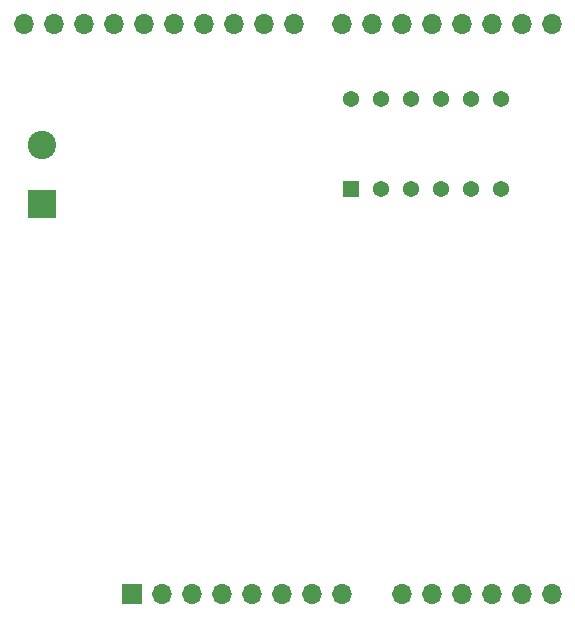
<source format=gbr>
%TF.GenerationSoftware,KiCad,Pcbnew,(5.1.6)-1*%
%TF.CreationDate,2020-09-17T17:59:47-05:00*%
%TF.ProjectId,voltmeter,766f6c74-6d65-4746-9572-2e6b69636164,rev?*%
%TF.SameCoordinates,Original*%
%TF.FileFunction,Soldermask,Bot*%
%TF.FilePolarity,Negative*%
%FSLAX46Y46*%
G04 Gerber Fmt 4.6, Leading zero omitted, Abs format (unit mm)*
G04 Created by KiCad (PCBNEW (5.1.6)-1) date 2020-09-17 17:59:47*
%MOMM*%
%LPD*%
G01*
G04 APERTURE LIST*
%ADD10C,1.371600*%
%ADD11R,1.371600X1.371600*%
%ADD12O,1.701600X1.701600*%
%ADD13R,1.701600X1.701600*%
%ADD14C,2.401600*%
%ADD15R,2.401600X2.401600*%
G04 APERTURE END LIST*
D10*
%TO.C,LED0*%
X144272000Y-86360000D03*
X146812000Y-86360000D03*
X149352000Y-86360000D03*
X151892000Y-86360000D03*
X154432000Y-86360000D03*
X156972000Y-86360000D03*
X156972000Y-93980000D03*
X154432000Y-93980000D03*
X151892000Y-93980000D03*
X149352000Y-93980000D03*
X146812000Y-93980000D03*
D11*
X144272000Y-93980000D03*
%TD*%
D12*
%TO.C,A0*%
X158750000Y-80010000D03*
X161290000Y-80010000D03*
X121670000Y-80010000D03*
X161290000Y-128270000D03*
X124210000Y-80010000D03*
X158750000Y-128270000D03*
X126750000Y-80010000D03*
X156210000Y-128270000D03*
X129290000Y-80010000D03*
X153670000Y-128270000D03*
X131830000Y-80010000D03*
X151130000Y-128270000D03*
X134370000Y-80010000D03*
X148590000Y-128270000D03*
X136910000Y-80010000D03*
X143510000Y-128270000D03*
X139450000Y-80010000D03*
X140970000Y-128270000D03*
X143510000Y-80010000D03*
X138430000Y-128270000D03*
X146050000Y-80010000D03*
X135890000Y-128270000D03*
X148590000Y-80010000D03*
X133350000Y-128270000D03*
X151130000Y-80010000D03*
X130810000Y-128270000D03*
X153670000Y-80010000D03*
X128270000Y-128270000D03*
X156210000Y-80010000D03*
D13*
X125730000Y-128270000D03*
D12*
X119130000Y-80010000D03*
X116590000Y-80010000D03*
%TD*%
D14*
%TO.C,J0*%
X118110000Y-90250000D03*
D15*
X118110000Y-95250000D03*
%TD*%
M02*

</source>
